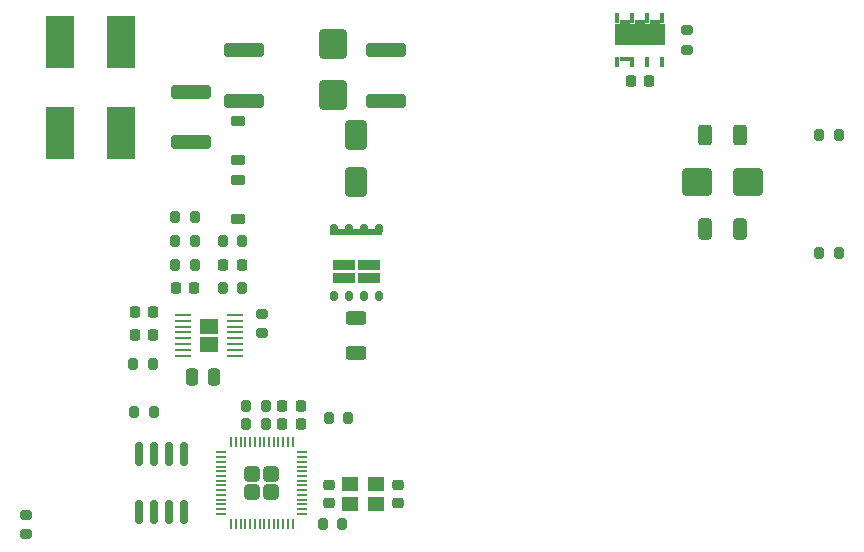
<source format=gbr>
%TF.GenerationSoftware,KiCad,Pcbnew,9.0.0-9.0.0-2~ubuntu24.04.1*%
%TF.CreationDate,2025-04-09T05:26:43-04:00*%
%TF.ProjectId,ECE2799_LED-Lamp,45434532-3739-4395-9f4c-45442d4c616d,rev?*%
%TF.SameCoordinates,Original*%
%TF.FileFunction,Paste,Bot*%
%TF.FilePolarity,Positive*%
%FSLAX46Y46*%
G04 Gerber Fmt 4.6, Leading zero omitted, Abs format (unit mm)*
G04 Created by KiCad (PCBNEW 9.0.0-9.0.0-2~ubuntu24.04.1) date 2025-04-09 05:26:43*
%MOMM*%
%LPD*%
G01*
G04 APERTURE LIST*
G04 Aperture macros list*
%AMRoundRect*
0 Rectangle with rounded corners*
0 $1 Rounding radius*
0 $2 $3 $4 $5 $6 $7 $8 $9 X,Y pos of 4 corners*
0 Add a 4 corners polygon primitive as box body*
4,1,4,$2,$3,$4,$5,$6,$7,$8,$9,$2,$3,0*
0 Add four circle primitives for the rounded corners*
1,1,$1+$1,$2,$3*
1,1,$1+$1,$4,$5*
1,1,$1+$1,$6,$7*
1,1,$1+$1,$8,$9*
0 Add four rect primitives between the rounded corners*
20,1,$1+$1,$2,$3,$4,$5,0*
20,1,$1+$1,$4,$5,$6,$7,0*
20,1,$1+$1,$6,$7,$8,$9,0*
20,1,$1+$1,$8,$9,$2,$3,0*%
G04 Aperture macros list end*
%ADD10C,0.000000*%
%ADD11RoundRect,0.225000X-0.375000X0.225000X-0.375000X-0.225000X0.375000X-0.225000X0.375000X0.225000X0*%
%ADD12R,1.900000X0.900000*%
%ADD13RoundRect,0.152500X0.152500X-0.262500X0.152500X0.262500X-0.152500X0.262500X-0.152500X-0.262500X0*%
%ADD14R,4.420000X0.540000*%
%ADD15RoundRect,0.225000X0.225000X0.250000X-0.225000X0.250000X-0.225000X-0.250000X0.225000X-0.250000X0*%
%ADD16RoundRect,0.250000X-0.650000X1.000000X-0.650000X-1.000000X0.650000X-1.000000X0.650000X1.000000X0*%
%ADD17RoundRect,0.200000X-0.200000X-0.275000X0.200000X-0.275000X0.200000X0.275000X-0.200000X0.275000X0*%
%ADD18RoundRect,0.250000X-1.450000X0.312500X-1.450000X-0.312500X1.450000X-0.312500X1.450000X0.312500X0*%
%ADD19RoundRect,0.225000X-0.225000X-0.250000X0.225000X-0.250000X0.225000X0.250000X-0.225000X0.250000X0*%
%ADD20RoundRect,0.200000X0.200000X0.275000X-0.200000X0.275000X-0.200000X-0.275000X0.200000X-0.275000X0*%
%ADD21RoundRect,0.225000X0.375000X-0.225000X0.375000X0.225000X-0.375000X0.225000X-0.375000X-0.225000X0*%
%ADD22RoundRect,0.250000X-0.625000X0.312500X-0.625000X-0.312500X0.625000X-0.312500X0.625000X0.312500X0*%
%ADD23RoundRect,0.200000X-0.275000X0.200000X-0.275000X-0.200000X0.275000X-0.200000X0.275000X0.200000X0*%
%ADD24RoundRect,0.249999X-0.395001X0.395001X-0.395001X-0.395001X0.395001X-0.395001X0.395001X0.395001X0*%
%ADD25RoundRect,0.050000X-0.050000X0.387500X-0.050000X-0.387500X0.050000X-0.387500X0.050000X0.387500X0*%
%ADD26RoundRect,0.050000X-0.387500X0.050000X-0.387500X-0.050000X0.387500X-0.050000X0.387500X0.050000X0*%
%ADD27RoundRect,0.250000X0.312500X0.625000X-0.312500X0.625000X-0.312500X-0.625000X0.312500X-0.625000X0*%
%ADD28RoundRect,0.250000X0.325000X0.650000X-0.325000X0.650000X-0.325000X-0.650000X0.325000X-0.650000X0*%
%ADD29R,0.457200X0.889000*%
%ADD30RoundRect,0.250000X1.000000X0.900000X-1.000000X0.900000X-1.000000X-0.900000X1.000000X-0.900000X0*%
%ADD31RoundRect,0.225000X0.250000X-0.225000X0.250000X0.225000X-0.250000X0.225000X-0.250000X-0.225000X0*%
%ADD32R,2.400000X4.400000*%
%ADD33R,1.333500X0.279400*%
%ADD34RoundRect,0.150000X-0.150000X0.825000X-0.150000X-0.825000X0.150000X-0.825000X0.150000X0.825000X0*%
%ADD35RoundRect,0.225000X-0.250000X0.225000X-0.250000X-0.225000X0.250000X-0.225000X0.250000X0.225000X0*%
%ADD36RoundRect,0.250000X-0.250000X-0.475000X0.250000X-0.475000X0.250000X0.475000X-0.250000X0.475000X0*%
%ADD37R,1.400000X1.200000*%
%ADD38RoundRect,0.250000X0.900000X-1.000000X0.900000X1.000000X-0.900000X1.000000X-0.900000X-1.000000X0*%
%ADD39RoundRect,0.200000X0.275000X-0.200000X0.275000X0.200000X-0.275000X0.200000X-0.275000X-0.200000X0*%
G04 APERTURE END LIST*
D10*
%TO.C,U2*%
G36*
X176136400Y-88744499D02*
G01*
X175323600Y-88744499D01*
X175323600Y-88405499D01*
X176136400Y-88405499D01*
X176136400Y-88744499D01*
G37*
G36*
X176136400Y-85594501D02*
G01*
X176593600Y-85594501D01*
X176593600Y-85255501D01*
X177406400Y-85255501D01*
X177406400Y-85594501D01*
X177863600Y-85594501D01*
X177863600Y-85255501D01*
X178676400Y-85255501D01*
X178676400Y-85594501D01*
X179133600Y-85594501D01*
X179133600Y-87399501D01*
X174866400Y-87399501D01*
X174866400Y-85594501D01*
X175323600Y-85594501D01*
X175323600Y-85255501D01*
X176136400Y-85255501D01*
X176136400Y-85594501D01*
G37*
%TO.C,U1*%
G36*
X141276300Y-111900000D02*
G01*
X139723700Y-111900000D01*
X139723700Y-110626800D01*
X141276300Y-110626800D01*
X141276300Y-111900000D01*
G37*
G36*
X141276300Y-113373200D02*
G01*
X139723700Y-113373200D01*
X139723700Y-112100000D01*
X141276300Y-112100000D01*
X141276300Y-113373200D01*
G37*
%TD*%
D11*
%TO.C,D5*%
X143000000Y-98850000D03*
X143000000Y-102150000D03*
%TD*%
D12*
%TO.C,Q1*%
X151950000Y-107100000D03*
X154050000Y-107100000D03*
X151950000Y-106000000D03*
X154050000Y-106000000D03*
D13*
X154905000Y-108690000D03*
X153640000Y-108690000D03*
X152370000Y-108690000D03*
X151100000Y-108690000D03*
X151095000Y-103010000D03*
X152365000Y-103010000D03*
X153635000Y-103010000D03*
D14*
X153000000Y-103280000D03*
D13*
X154905000Y-103010000D03*
%TD*%
D15*
%TO.C,C7*%
X135775000Y-112000000D03*
X134225000Y-112000000D03*
%TD*%
D16*
%TO.C,D4*%
X153000000Y-95000000D03*
X153000000Y-99000000D03*
%TD*%
D17*
%TO.C,R37*%
X143675000Y-118000000D03*
X145325000Y-118000000D03*
%TD*%
D18*
%TO.C,R32*%
X155500000Y-87862500D03*
X155500000Y-92137500D03*
%TD*%
D19*
%TO.C,C36*%
X146725000Y-119500000D03*
X148275000Y-119500000D03*
%TD*%
D20*
%TO.C,R23*%
X139325000Y-102000000D03*
X137675000Y-102000000D03*
%TD*%
D15*
%TO.C,C6*%
X135775000Y-110000000D03*
X134225000Y-110000000D03*
%TD*%
D19*
%TO.C,C37*%
X146725000Y-118000000D03*
X148275000Y-118000000D03*
%TD*%
D17*
%TO.C,R7*%
X137675000Y-104000000D03*
X139325000Y-104000000D03*
%TD*%
%TO.C,R5*%
X141675000Y-104000000D03*
X143325000Y-104000000D03*
%TD*%
D21*
%TO.C,D8*%
X143000000Y-97150000D03*
X143000000Y-93850000D03*
%TD*%
D22*
%TO.C,R8*%
X153000000Y-110537500D03*
X153000000Y-113462500D03*
%TD*%
D17*
%TO.C,R26*%
X134175000Y-118500000D03*
X135825000Y-118500000D03*
%TD*%
%TO.C,R4*%
X137675000Y-106000000D03*
X139325000Y-106000000D03*
%TD*%
D18*
%TO.C,R1*%
X143500000Y-87862500D03*
X143500000Y-92137500D03*
%TD*%
D20*
%TO.C,R6*%
X193825000Y-105000000D03*
X192175000Y-105000000D03*
%TD*%
D23*
%TO.C,R38*%
X125045000Y-127175000D03*
X125045000Y-128825000D03*
%TD*%
D19*
%TO.C,C4*%
X176225000Y-90500000D03*
X177775000Y-90500000D03*
%TD*%
D24*
%TO.C,U7*%
X145800000Y-123700000D03*
X144200000Y-123700000D03*
X145800000Y-125300000D03*
X144200000Y-125300000D03*
D25*
X142400000Y-121062500D03*
X142800001Y-121062500D03*
X143200000Y-121062500D03*
X143600000Y-121062500D03*
X144000000Y-121062500D03*
X144399999Y-121062500D03*
X144800000Y-121062500D03*
X145200000Y-121062500D03*
X145600001Y-121062500D03*
X146000000Y-121062500D03*
X146400000Y-121062500D03*
X146800000Y-121062500D03*
X147199999Y-121062500D03*
X147600000Y-121062500D03*
D26*
X148437500Y-121900000D03*
X148437500Y-122300001D03*
X148437500Y-122700000D03*
X148437500Y-123100000D03*
X148437500Y-123500000D03*
X148437500Y-123899999D03*
X148437500Y-124300000D03*
X148437500Y-124700000D03*
X148437500Y-125100001D03*
X148437500Y-125500000D03*
X148437500Y-125900000D03*
X148437500Y-126300000D03*
X148437500Y-126699999D03*
X148437500Y-127100000D03*
D25*
X147600000Y-127937500D03*
X147199999Y-127937500D03*
X146800000Y-127937500D03*
X146400000Y-127937500D03*
X146000000Y-127937500D03*
X145600001Y-127937500D03*
X145200000Y-127937500D03*
X144800000Y-127937500D03*
X144399999Y-127937500D03*
X144000000Y-127937500D03*
X143600000Y-127937500D03*
X143200000Y-127937500D03*
X142800001Y-127937500D03*
X142400000Y-127937500D03*
D26*
X141562500Y-127100000D03*
X141562500Y-126699999D03*
X141562500Y-126300000D03*
X141562500Y-125900000D03*
X141562500Y-125500000D03*
X141562500Y-125100001D03*
X141562500Y-124700000D03*
X141562500Y-124300000D03*
X141562500Y-123899999D03*
X141562500Y-123500000D03*
X141562500Y-123100000D03*
X141562500Y-122700000D03*
X141562500Y-122300001D03*
X141562500Y-121900000D03*
%TD*%
D19*
%TO.C,C9*%
X137725000Y-108000000D03*
X139275000Y-108000000D03*
%TD*%
D27*
%TO.C,R27*%
X185462500Y-95000000D03*
X182537500Y-95000000D03*
%TD*%
D28*
%TO.C,C23*%
X185475000Y-103000000D03*
X182525000Y-103000000D03*
%TD*%
D29*
%TO.C,U2*%
X178905000Y-88849999D03*
X177635000Y-88849999D03*
X176365000Y-88849999D03*
X175095000Y-88849999D03*
X175095000Y-85150001D03*
X176365000Y-85150001D03*
X177635000Y-85150001D03*
X178905000Y-85150001D03*
%TD*%
D19*
%TO.C,C21*%
X141725000Y-106000000D03*
X143275000Y-106000000D03*
%TD*%
D30*
%TO.C,D9*%
X186150000Y-99000000D03*
X181850000Y-99000000D03*
%TD*%
D31*
%TO.C,C35*%
X156488368Y-126223838D03*
X156488368Y-124673838D03*
%TD*%
D32*
%TO.C,D1*%
X133100000Y-87150000D03*
X133100000Y-94850000D03*
X127900000Y-94850000D03*
X127900000Y-87150000D03*
%TD*%
D18*
%TO.C,R10*%
X139000000Y-91362500D03*
X139000000Y-95637500D03*
%TD*%
D33*
%TO.C,U1*%
X138283850Y-113751330D03*
X138283850Y-113250950D03*
X138283850Y-112750570D03*
X138283850Y-112250190D03*
X138283850Y-111749810D03*
X138283850Y-111249430D03*
X138283850Y-110749050D03*
X138283850Y-110248670D03*
X142716150Y-110248670D03*
X142716150Y-110749050D03*
X142716150Y-111249430D03*
X142716150Y-111749810D03*
X142716150Y-112250190D03*
X142716150Y-112750570D03*
X142716150Y-113250950D03*
X142716150Y-113751330D03*
%TD*%
D34*
%TO.C,U9*%
X134595000Y-122025000D03*
X135865000Y-122025000D03*
X137135000Y-122025000D03*
X138405000Y-122025000D03*
X138405000Y-126975000D03*
X137135000Y-126975000D03*
X135865000Y-126975000D03*
X134595000Y-126975000D03*
%TD*%
D35*
%TO.C,C26*%
X150700000Y-124673838D03*
X150700000Y-126223838D03*
%TD*%
D20*
%TO.C,R29*%
X151825000Y-128000000D03*
X150175000Y-128000000D03*
%TD*%
%TO.C,R12*%
X193825000Y-95000000D03*
X192175000Y-95000000D03*
%TD*%
D36*
%TO.C,C8*%
X139050000Y-115500000D03*
X140950000Y-115500000D03*
%TD*%
D17*
%TO.C,R18*%
X134096168Y-114436498D03*
X135746168Y-114436498D03*
%TD*%
D37*
%TO.C,Y1*%
X152500000Y-124598838D03*
X154700000Y-124598838D03*
X154700000Y-126298838D03*
X152500000Y-126298838D03*
%TD*%
D17*
%TO.C,R28*%
X150675000Y-119000000D03*
X152325000Y-119000000D03*
%TD*%
D38*
%TO.C,D3*%
X151000000Y-91650000D03*
X151000000Y-87350000D03*
%TD*%
D23*
%TO.C,R2*%
X181000000Y-86175000D03*
X181000000Y-87825000D03*
%TD*%
D17*
%TO.C,R36*%
X143675000Y-119500000D03*
X145325000Y-119500000D03*
%TD*%
D39*
%TO.C,R25*%
X145000000Y-111825000D03*
X145000000Y-110175000D03*
%TD*%
D17*
%TO.C,R3*%
X141675000Y-108000000D03*
X143325000Y-108000000D03*
%TD*%
M02*

</source>
